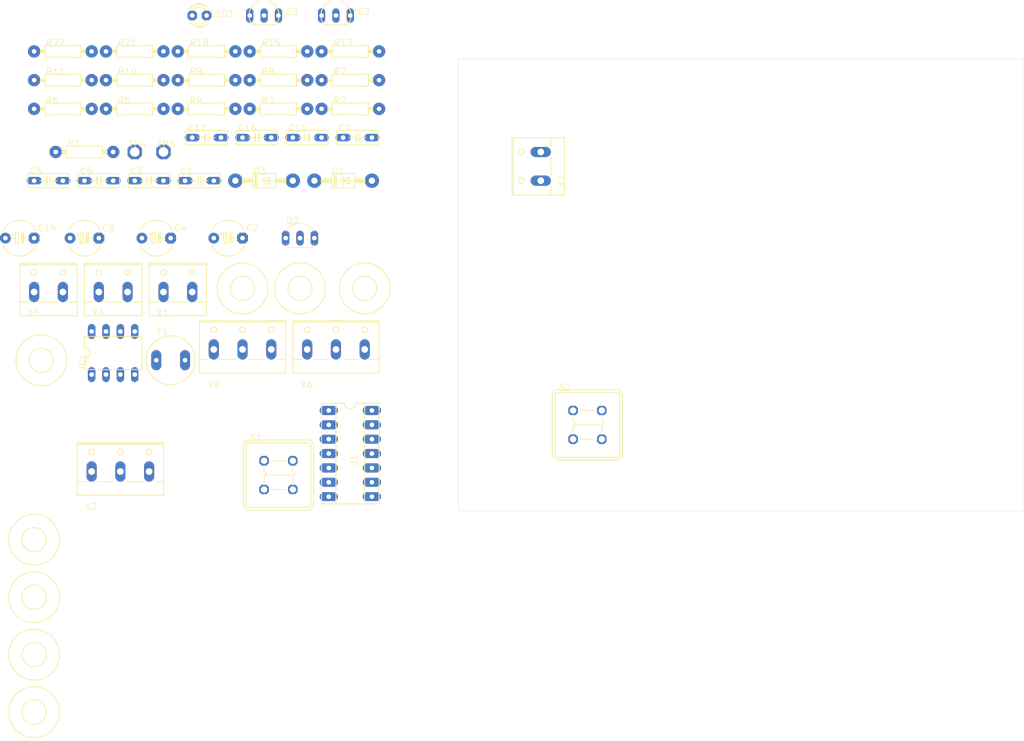
<source format=kicad_pcb>
(kicad_pcb (version 20211014) (generator pcbnew)
  (layers (0 "F.Cu" signal) (31 "B.Cu" signal) (34 "B.Paste" user) (35 "F.Paste" user) (36 "B.SilkS" user "B.Silkscreen") (37 "F.SilkS" user "F.Silkscreen") (38 "B.Mask" user) (39 "F.Mask" user) (44 "Edge.Cuts" user))
  (net 0 "")
  (net 1 "GND")
  (net 2 "N$10")
  (net 3 "+5V")
  (net 4 "+12V")
  (net 5 "N$23")
  (net 6 "N$17")
  (net 7 "N$21")
  (net 8 "N$11")
  (net 9 "N$4")
  (net 10 "N$27")
  (net 11 "N$28")
  (net 12 "N$1")
  (net 13 "N$3")
  (net 14 "N$14")
  (net 15 "N$12")
  (net 16 "N$19")
  (net 17 "N$15")
  (net 18 "N$16")
  (net 19 "N$18")
  (net 20 "N$2")
  (net 21 "N$5")
  (net 22 "N$6")
  (net 23 "N$7")
  (net 24 "N$8")
  (net 25 "N$9")
  (net 26 "N$13")
  (net 27 "N$22")
  (net 28 "N$25")
  (footprint "WLS:C050-025X075" (layer "F.Cu") (at 54.0511 78.9636)
    (fp_text reference "C17" (at -3.429 -1.651) (layer "F.SilkS") (effects (font (size 1.1557 1.1557) (thickness 0.1143)) (justify left)))
    (fp_text value "100n")
    (pad "1" thru_hole oval (at -2.54 0) (size 2.6416 1.3208) (drill 0.8128) (layers *.Cu *.Mask) (net 3 "+5V"))
    (pad "2" thru_hole oval (at 2.54 0) (size 2.6416 1.3208) (drill 0.8128) (layers *.Cu *.Mask) (net 1 "GND"))
  )
  (footprint "WLS:0207_10" (layer "F.Cu") (at 66.7511 63.7236)
    (fp_text reference "R15" (at -3.048 -1.524) (layer "F.SilkS") (effects (font (size 1.1557 1.1557) (thickness 0.1143)) (justify left)))
    (fp_text value "47K")
    (pad "1" thru_hole circle (at -5.08 0 270) (size 2.1844 2.1844) (drill 0.8128) (layers *.Cu *.Mask) (net 2 "N$10"))
    (pad "2" thru_hole circle (at 5.08 0 90) (size 2.1844 2.1844) (drill 0.8128) (layers *.Cu *.Mask) (net 3 "+5V"))
  )
  (footprint "WLS:DO41-10" (layer "F.Cu") (at 78.1811 86.5836)
    (fp_text reference "D1" (at -2.032 -1.651) (layer "F.SilkS") (effects (font (size 1.1557 1.1557) (thickness 0.1143)) (justify left)))
    (fp_text value "1N4004")
    (pad "A" thru_hole circle (at 5.08 0) (size 2.54 2.54) (drill 1.1176) (layers *.Cu *.Mask) (net 16 "N$19"))
    (pad "C" thru_hole circle (at -5.08 0) (size 2.54 2.54) (drill 1.1176) (layers *.Cu *.Mask) (net 4 "+12V"))
  )
  (footprint "WLS:0207_10" (layer "F.Cu") (at 41.3511 63.7236)
    (fp_text reference "R21" (at -3.048 -1.524) (layer "F.SilkS") (effects (font (size 1.1557 1.1557) (thickness 0.1143)) (justify left)))
    (fp_text value "10E")
    (pad "1" thru_hole circle (at -5.08 0 270) (size 2.1844 2.1844) (drill 0.8128) (layers *.Cu *.Mask) (net 19 "N$18"))
    (pad "2" thru_hole circle (at 5.08 0 90) (size 2.1844 2.1844) (drill 0.8128) (layers *.Cu *.Mask) (net 20 "N$2"))
  )
  (footprint "WLS:C050-025X075" (layer "F.Cu") (at 52.7811 86.5836)
    (fp_text reference "C1" (at -3.429 -1.651) (layer "F.SilkS") (effects (font (size 1.1557 1.1557) (thickness 0.1143)) (justify left)))
    (fp_text value "100n")
    (pad "1" thru_hole oval (at -2.54 0) (size 2.6416 1.3208) (drill 0.8128) (layers *.Cu *.Mask) (net 9 "N$4"))
    (pad "2" thru_hole oval (at 2.54 0) (size 2.6416 1.3208) (drill 0.8128) (layers *.Cu *.Mask) (net 28 "N$25"))
  )
  (footprint "WLS:0207_10" (layer "F.Cu") (at 41.3511 68.8036)
    (fp_text reference "R10" (at -3.048 -1.524) (layer "F.SilkS") (effects (font (size 1.1557 1.1557) (thickness 0.1143)) (justify left)))
    (fp_text value "1K")
    (pad "1" thru_hole circle (at -5.08 0 270) (size 2.1844 2.1844) (drill 0.8128) (layers *.Cu *.Mask) (net 27 "N$22"))
    (pad "2" thru_hole circle (at 5.08 0 90) (size 2.1844 2.1844) (drill 0.8128) (layers *.Cu *.Mask) (net 26 "N$13"))
  )
  (footprint "WLS:C050-025X075" (layer "F.Cu") (at 71.8311 78.9636)
    (fp_text reference "C11" (at -3.429 -1.651) (layer "F.SilkS") (effects (font (size 1.1557 1.1557) (thickness 0.1143)) (justify left)))
    (fp_text value "100n")
    (pad "1" thru_hole oval (at -2.54 0) (size 2.6416 1.3208) (drill 0.8128) (layers *.Cu *.Mask) (net 2 "N$10"))
    (pad "2" thru_hole oval (at 2.54 0) (size 2.6416 1.3208) (drill 0.8128) (layers *.Cu *.Mask) (net 28 "N$25"))
  )
  (footprint "WLS:W237-132" (layer "F.Cu") (at 48.9711 105.6336)
    (fp_text reference "X1" (at -3.81 4.318) (layer "F.SilkS") (effects (font (size 1.1557 1.1557) (thickness 0.1143)) (justify left)))
    (fp_text value "")
    (pad "1" thru_hole oval (at -2.54 0.635 90) (size 3.5814 1.7907) (drill 1.1938) (layers *.Cu *.Mask) (net 11 "N$28"))
    (pad "2" thru_hole oval (at 2.54 0.635 90) (size 3.5814 1.7907) (drill 1.1938) (layers *.Cu *.Mask) (net 1 "GND"))
  )
  (footprint "WLS:0207_10" (layer "F.Cu") (at 41.3511 73.8836)
    (fp_text reference "R5" (at -3.048 -1.524) (layer "F.SilkS") (effects (font (size 1.1557 1.1557) (thickness 0.1143)) (justify left)))
    (fp_text value "47K")
    (pad "1" thru_hole circle (at -5.08 0 270) (size 2.1844 2.1844) (drill 0.8128) (layers *.Cu *.Mask) (net 10 "N$27"))
    (pad "2" thru_hole circle (at 5.08 0 90) (size 2.1844 2.1844) (drill 0.8128) (layers *.Cu *.Mask) (net 3 "+5V"))
  )
  (footprint "WLS:W237-132" (layer "F.Cu") (at 112.4711 84.0436 90)
    (fp_text reference "X7" (at -3.81 4.318 90) (layer "F.SilkS") (effects (font (size 1.1557 1.1557) (thickness 0.1143)) (justify left)))
    (fp_text value "")
    (pad "1" thru_hole oval (at -2.54 0.635 180) (size 3.5814 1.7907) (drill 1.1938) (layers *.Cu *.Mask) (net 12 "N$1"))
    (pad "2" thru_hole oval (at 2.54 0.635 180) (size 3.5814 1.7907) (drill 1.1938) (layers *.Cu *.Mask) (net 1 "GND"))
  )
  (footprint "WLS:E5-6" (layer "F.Cu") (at 45.1611 96.7436)
    (fp_text reference "C4" (at 3.048 -1.778) (layer "F.SilkS") (effects (font (size 1.1557 1.1557) (thickness 0.1143)) (justify left)))
    (fp_text value "100µF")
    (pad "+" thru_hole circle (at -2.54 0) (size 1.905 1.905) (drill 0.8128) (layers *.Cu *.Mask) (net 3 "+5V"))
    (pad "-" thru_hole roundrect (at 2.54 0) (size 1.905 1.905) (drill 0.8128) (layers *.Cu *.Mask) (chamfer_ratio 0.25) (chamfer top_left top_right bottom_left bottom_right) (net 1 "GND"))
  )
  (footprint "WLS:E5-6" (layer "F.Cu") (at 21.0311 96.7436)
    (fp_text reference "C14" (at 3.048 -1.778) (layer "F.SilkS") (effects (font (size 1.1557 1.1557) (thickness 0.1143)) (justify left)))
    (fp_text value "10µF")
    (pad "+" thru_hole circle (at -2.54 0) (size 1.905 1.905) (drill 0.8128) (layers *.Cu *.Mask) (net 3 "+5V"))
    (pad "-" thru_hole roundrect (at 2.54 0) (size 1.905 1.905) (drill 0.8128) (layers *.Cu *.Mask) (chamfer_ratio 0.25) (chamfer top_left top_right bottom_left bottom_right) (net 1 "GND"))
  )
  (footprint "WLS:0207_10" (layer "F.Cu") (at 79.4511 63.7236)
    (fp_text reference "R13" (at -3.048 -1.524) (layer "F.SilkS") (effects (font (size 1.1557 1.1557) (thickness 0.1143)) (justify left)))
    (fp_text value "100K")
    (pad "1" thru_hole circle (at -5.08 0 270) (size 2.1844 2.1844) (drill 0.8128) (layers *.Cu *.Mask) (net 4 "+12V"))
    (pad "2" thru_hole circle (at 5.08 0 90) (size 2.1844 2.1844) (drill 0.8128) (layers *.Cu *.Mask) (net 12 "N$1"))
  )
  (footprint "WLS:DO41-10" (layer "F.Cu") (at 64.2111 86.5836)
    (fp_text reference "D3" (at -2.032 -1.651) (layer "F.SilkS") (effects (font (size 1.1557 1.1557) (thickness 0.1143)) (justify left)))
    (fp_text value "1N4004")
    (pad "A" thru_hole circle (at 5.08 0) (size 2.54 2.54) (drill 1.1176) (layers *.Cu *.Mask) (net 11 "N$28"))
    (pad "C" thru_hole circle (at -5.08 0) (size 2.54 2.54) (drill 1.1176) (layers *.Cu *.Mask) (net 4 "+12V"))
  )
  (footprint "WLS:C050-025X075" (layer "F.Cu") (at 62.9411 78.9636)
    (fp_text reference "C16" (at -3.429 -1.651) (layer "F.SilkS") (effects (font (size 1.1557 1.1557) (thickness 0.1143)) (justify left)))
    (fp_text value "100n")
    (pad "1" thru_hole oval (at -2.54 0) (size 2.6416 1.3208) (drill 0.8128) (layers *.Cu *.Mask) (net 4 "+12V"))
    (pad "2" thru_hole oval (at 2.54 0) (size 2.6416 1.3208) (drill 0.8128) (layers *.Cu *.Mask) (net 1 "GND"))
  )
  (footprint "WLS:0207_10" (layer "F.Cu") (at 66.7511 68.8036)
    (fp_text reference "R8" (at -3.048 -1.524) (layer "F.SilkS") (effects (font (size 1.1557 1.1557) (thickness 0.1143)) (justify left)))
    (fp_text value "33K")
    (pad "1" thru_hole circle (at -5.08 0 270) (size 2.1844 2.1844) (drill 0.8128) (layers *.Cu *.Mask) (net 6 "N$17"))
    (pad "2" thru_hole circle (at 5.08 0 90) (size 2.1844 2.1844) (drill 0.8128) (layers *.Cu *.Mask) (net 4 "+12V"))
  )
  (footprint "WLS:4,1" (layer "F.Cu") (at 70.5611 105.6336)
    (fp_text reference "H3" hide)
    (fp_text value "MOUNT-HOLE4.1" hide)
    (pad "" np_thru_hole circle (at 0 0) (size 4.1 4.1) (drill 4.1) (layers *.Cu *.Mask))
  )
  (footprint "WLS:C050-025X075" (layer "F.Cu") (at 35.0011 86.5836)
    (fp_text reference "C5" (at -3.429 -1.651) (layer "F.SilkS") (effects (font (size 1.1557 1.1557) (thickness 0.1143)) (justify left)))
    (fp_text value "100n")
    (pad "1" thru_hole oval (at -2.54 0) (size 2.6416 1.3208) (drill 0.8128) (layers *.Cu *.Mask) (net 3 "+5V"))
    (pad "2" thru_hole oval (at 2.54 0) (size 2.6416 1.3208) (drill 0.8128) (layers *.Cu *.Mask) (net 1 "GND"))
  )
  (footprint "WLS:0207_10" (layer "F.Cu") (at 54.0511 73.8836)
    (fp_text reference "R4" (at -3.048 -1.524) (layer "F.SilkS") (effects (font (size 1.1557 1.1557) (thickness 0.1143)) (justify left)))
    (fp_text value "47K")
    (pad "1" thru_hole circle (at -5.08 0 270) (size 2.1844 2.1844) (drill 0.8128) (layers *.Cu *.Mask) (net 9 "N$4"))
    (pad "2" thru_hole circle (at 5.08 0 90) (size 2.1844 2.1844) (drill 0.8128) (layers *.Cu *.Mask) (net 3 "+5V"))
  )
  (footprint "WLS:4,1" (layer "F.Cu") (at 81.9911 105.6336)
    (fp_text reference "H2" hide)
    (fp_text value "MOUNT-HOLE4.1" hide)
    (pad "" np_thru_hole circle (at 0 0) (size 4.1 4.1) (drill 4.1) (layers *.Cu *.Mask))
  )
  (footprint "WLS:W237-3E" (layer "F.Cu") (at 38.8111 137.3836)
    (fp_text reference "X2" (at -6.35 6.858) (layer "F.SilkS") (effects (font (size 1.1557 1.1557) (thickness 0.1143)) (justify left)))
    (fp_text value "")
    (pad "1" thru_hole oval (at -5.08 0.635 90) (size 3.5814 1.7907) (drill 1.1938) (layers *.Cu *.Mask) (net 1 "GND"))
    (pad "2" thru_hole oval (at 0 0.635 90) (size 3.5814 1.7907) (drill 1.1938) (layers *.Cu *.Mask) (net 21 "N$5"))
    (pad "3" thru_hole oval (at 5.08 0.635 90) (size 3.5814 1.7907) (drill 1.1938) (layers *.Cu *.Mask) (net 4 "+12V"))
  )
  (footprint "WLS:78LXX" (layer "F.Cu") (at 64.2111 57.3736)
    (fp_text reference "IC3" (at 3.175 -0.635) (layer "F.SilkS") (effects (font (size 1.1557 1.1557) (thickness 0.1143)) (justify left)))
    (fp_text value "78L05")
    (pad "GND" thru_hole oval (at 0 0 90) (size 2.54 1.27) (drill 0.8) (layers *.Cu *.Mask) (net 1 "GND"))
    (pad "IN" thru_hole oval (at 2.54 0 90) (size 2.54 1.27) (drill 0.8) (layers *.Cu *.Mask) (net 4 "+12V"))
    (pad "OUT" thru_hole oval (at -2.54 0 90) (size 2.54 1.27) (drill 0.8) (layers *.Cu *.Mask) (net 3 "+5V"))
  )
  (footprint "WLS:TO92-CBE" (layer "F.Cu") (at 70.5611 96.7436)
    (fp_text reference "Q2" (at -2.54 -3.048) (layer "F.SilkS") (effects (font (size 1.1557 1.1557) (thickness 0.1143)) (justify left)))
    (fp_text value "BS170")
    (pad "B" thru_hole oval (at 0 0 90) (size 2.6416 1.3208) (drill 0.8128) (layers *.Cu *.Mask) (net 19 "N$18"))
    (pad "C" thru_hole oval (at -2.54 0 90) (size 2.6416 1.3208) (drill 0.8128) (layers *.Cu *.Mask) (net 5 "N$23"))
    (pad "E" thru_hole oval (at 2.54 0 90) (size 2.6416 1.3208) (drill 0.8128) (layers *.Cu *.Mask) (net 1 "GND"))
  )
  (footprint "WLS:0207_10" (layer "F.Cu") (at 54.0511 63.7236)
    (fp_text reference "R18" (at -3.048 -1.524) (layer "F.SilkS") (effects (font (size 1.1557 1.1557) (thickness 0.1143)) (justify left)))
    (fp_text value "100E")
    (pad "1" thru_hole circle (at -5.08 0 270) (size 2.1844 2.1844) (drill 0.8128) (layers *.Cu *.Mask) (net 14 "N$14"))
    (pad "2" thru_hole circle (at 5.08 0 90) (size 2.1844 2.1844) (drill 0.8128) (layers *.Cu *.Mask) (net 12 "N$1"))
  )
  (footprint "WLS:DIP-14" (layer "F.Cu") (at 79.4511 134.8436)
    (fp_text reference "U1" (at 0.635 2.54 90) (layer "F.SilkS") (effects (font (size 1.1557 1.1557) (thickness 0.1143)) (justify left)))
    (fp_text value "PIC16F1824")
    (pad "1" thru_hole oval (at -3.81 -7.62) (size 3.2004 1.6002) (drill 0.8128) (layers *.Cu *.Mask) (net 3 "+5V"))
    (pad "2" thru_hole oval (at -3.81 -5.08) (size 3.2004 1.6002) (drill 0.8128) (layers *.Cu *.Mask) (net 10 "N$27"))
    (pad "3" thru_hole oval (at -3.81 -2.54) (size 3.2004 1.6002) (drill 0.8128) (layers *.Cu *.Mask) (net 9 "N$4"))
    (pad "4" thru_hole oval (at -3.81 0) (size 3.2004 1.6002) (drill 0.8128) (layers *.Cu *.Mask) (net 2 "N$10"))
    (pad "5" thru_hole oval (at -3.81 2.54) (size 3.2004 1.6002) (drill 0.8128) (layers *.Cu *.Mask) (net 17 "N$15"))
    (pad "6" thru_hole oval (at -3.81 5.08) (size 3.2004 1.6002) (drill 0.8128) (layers *.Cu *.Mask) (net 20 "N$2"))
    (pad "7" thru_hole oval (at -3.81 7.62) (size 3.2004 1.6002) (drill 0.8128) (layers *.Cu *.Mask) (net 25 "N$9"))
    (pad "8" thru_hole oval (at 3.81 7.62) (size 3.2004 1.6002) (drill 0.8128) (layers *.Cu *.Mask) (net 26 "N$13"))
    (pad "9" thru_hole oval (at 3.81 5.08) (size 3.2004 1.6002) (drill 0.8128) (layers *.Cu *.Mask) (net 22 "N$6"))
    (pad "10" thru_hole oval (at 3.81 2.54) (size 3.2004 1.6002) (drill 0.8128) (layers *.Cu *.Mask))
    (pad "11" thru_hole oval (at 3.81 0) (size 3.2004 1.6002) (drill 0.8128) (layers *.Cu *.Mask) (net 8 "N$11"))
    (pad "12" thru_hole oval (at 3.81 -2.54) (size 3.2004 1.6002) (drill 0.8128) (layers *.Cu *.Mask) (net 6 "N$17"))
    (pad "13" thru_hole oval (at 3.81 -5.08) (size 3.2004 1.6002) (drill 0.8128) (layers *.Cu *.Mask) (net 7 "N$21"))
    (pad "14" thru_hole oval (at 3.81 -7.62) (size 3.2004 1.6002) (drill 0.8128) (layers *.Cu *.Mask) (net 1 "GND"))
  )
  (footprint "WLS:W237-132" (layer "F.Cu") (at 37.5411 105.6336)
    (fp_text reference "X4" (at -3.81 4.318) (layer "F.SilkS") (effects (font (size 1.1557 1.1557) (thickness 0.1143)) (justify left)))
    (fp_text value "")
    (pad "1" thru_hole oval (at -2.54 0.635 90) (size 3.5814 1.7907) (drill 1.1938) (layers *.Cu *.Mask) (net 28 "N$25"))
    (pad "2" thru_hole oval (at 2.54 0.635 90) (size 3.5814 1.7907) (drill 1.1938) (layers *.Cu *.Mask) (net 2 "N$10"))
  )
  (footprint "WLS:4,1" (layer "F.Cu") (at 23.5711 170.4036)
    (fp_text reference "H7" hide)
    (fp_text value "MOUNT-HOLE4.1" hide)
    (pad "" np_thru_hole circle (at 0 0) (size 4.1 4.1) (drill 4.1) (layers *.Cu *.Mask))
  )
  (footprint "WLS:W237-3E" (layer "F.Cu") (at 60.4011 115.7936)
    (fp_text reference "X9" (at -6.35 6.858) (layer "F.SilkS") (effects (font (size 1.1557 1.1557) (thickness 0.1143)) (justify left)))
    (fp_text value "")
    (pad "1" thru_hole oval (at -5.08 0.635 90) (size 3.5814 1.7907) (drill 1.1938) (layers *.Cu *.Mask) (net 24 "N$8"))
    (pad "2" thru_hole oval (at 0 0.635 90) (size 3.5814 1.7907) (drill 1.1938) (layers *.Cu *.Mask) (net 1 "GND"))
    (pad "3" thru_hole oval (at 5.08 0.635 90) (size 3.5814 1.7907) (drill 1.1938) (layers *.Cu *.Mask) (net 23 "N$7"))
  )
  (footprint "WLS:P1-17" (layer "F.Cu") (at 41.3511 81.5036)
    (fp_text reference "TP4" (at -1.143 -1.397) (layer "F.SilkS") (effects (font (size 1.1557 1.1557) (thickness 0.1143)) (justify left)))
    (fp_text value "PTR1PAD1-17")
    (pad "TP" thru_hole roundrect (at 0 0) (size 2.54 2.54) (drill 1.7018) (layers *.Cu *.Mask) (chamfer_ratio 0.25) (chamfer top_left top_right bottom_left bottom_right) (net 7 "N$21"))
  )
  (footprint "WLS:C050-025X075" (layer "F.Cu") (at 43.8911 86.5836)
    (fp_text reference "C3" (at -3.429 -1.651) (layer "F.SilkS") (effects (font (size 1.1557 1.1557) (thickness 0.1143)) (justify left)))
    (fp_text value "100n")
    (pad "1" thru_hole oval (at -2.54 0) (size 2.6416 1.3208) (drill 0.8128) (layers *.Cu *.Mask) (net 4 "+12V"))
    (pad "2" thru_hole oval (at 2.54 0) (size 2.6416 1.3208) (drill 0.8128) (layers *.Cu *.Mask) (net 1 "GND"))
  )
  (footprint "WLS:TR5" (layer "F.Cu") (at 47.7011 118.3336)
    (fp_text reference "F1" (at -2.54 -5.08) (layer "F.SilkS") (effects (font (size 1.1557 1.1557) (thickness 0.1143)) (justify left)))
    (fp_text value "100mA")
    (pad "1" thru_hole oval (at -2.54 0 90) (size 3.556 1.778) (drill 0.8128) (layers *.Cu *.Mask) (net 5 "N$23"))
    (pad "2" thru_hole oval (at 2.54 0 90) (size 3.556 1.778) (drill 0.8128) (layers *.Cu *.Mask) (net 1 "GND"))
  )
  (footprint "WLS:DTE6K" (layer "F.Cu") (at 121.3611 129.7636)
    (fp_text reference "S2" (at -5.08 -6.604) (layer "F.SilkS") (effects (font (size 1.1557 1.1557) (thickness 0.1143)) (justify left)))
    (fp_text value "DTE6K")
    (pad "1" thru_hole roundrect (at -2.54 -2.54) (size 1.6764 1.6764) (drill 1.1176) (layers *.Cu *.Mask) (chamfer_ratio 0.25) (chamfer top_left top_right bottom_left bottom_right) (net 10 "N$27"))
    (pad "2" thru_hole roundrect (at 2.54 -2.54) (size 1.6764 1.6764) (drill 1.1176) (layers *.Cu *.Mask) (chamfer_ratio 0.25) (chamfer top_left top_right bottom_left bottom_right) (net 10 "N$27"))
    (pad "3" thru_hole roundrect (at 2.54 2.54) (size 1.6764 1.6764) (drill 1.1176) (layers *.Cu *.Mask) (chamfer_ratio 0.25) (chamfer top_left top_right bottom_left bottom_right) (net 28 "N$25"))
    (pad "4" thru_hole roundrect (at -2.54 2.54) (size 1.6764 1.6764) (drill 1.1176) (layers *.Cu *.Mask) (chamfer_ratio 0.25) (chamfer top_left top_right bottom_left bottom_right) (net 28 "N$25"))
  )
  (footprint "WLS:78LXX" (layer "F.Cu") (at 76.9111 57.3736)
    (fp_text reference "IC2" (at 3.175 -0.635) (layer "F.SilkS") (effects (font (size 1.1557 1.1557) (thickness 0.1143)) (justify left)))
    (fp_text value "78L05")
    (pad "GND" thru_hole oval (at 0 0 90) (size 2.54 1.27) (drill 0.8) (layers *.Cu *.Mask) (net 1 "GND"))
    (pad "IN" thru_hole oval (at 2.54 0 90) (size 2.54 1.27) (drill 0.8) (layers *.Cu *.Mask) (net 4 "+12V"))
    (pad "OUT" thru_hole oval (at -2.54 0 90) (size 2.54 1.27) (drill 0.8) (layers *.Cu *.Mask) (net 3 "+5V"))
  )
  (footprint "WLS:W237-132" (layer "F.Cu") (at 26.1111 105.6336)
    (fp_text reference "X5" (at -3.81 4.318) (layer "F.SilkS") (effects (font (size 1.1557 1.1557) (thickness 0.1143)) (justify left)))
    (fp_text value "")
    (pad "1" thru_hole oval (at -2.54 0.635 90) (size 3.5814 1.7907) (drill 1.1938) (layers *.Cu *.Mask) (net 1 "GND"))
    (pad "2" thru_hole oval (at 2.54 0.635 90) (size 3.5814 1.7907) (drill 1.1938) (layers *.Cu *.Mask) (net 18 "N$16"))
  )
  (footprint "WLS:0207_10" (layer "F.Cu") (at 54.0511 68.8036)
    (fp_text reference "R9" (at -3.048 -1.524) (layer "F.SilkS") (effects (font (size 1.1557 1.1557) (thickness 0.1143)) (justify left)))
    (fp_text value "10K")
    (pad "1" thru_hole circle (at -5.08 0 270) (size 2.1844 2.1844) (drill 0.8128) (layers *.Cu *.Mask) (net 1 "GND"))
    (pad "2" thru_hole circle (at 5.08 0 90) (size 2.1844 2.1844) (drill 0.8128) (layers *.Cu *.Mask) (net 6 "N$17"))
  )
  (footprint "WLS:0207_10" (layer "F.Cu") (at 66.7511 73.8836)
    (fp_text reference "R3" (at -3.048 -1.524) (layer "F.SilkS") (effects (font (size 1.1557 1.1557) (thickness 0.1143)) (justify left)))
    (fp_text value "1K")
    (pad "1" thru_hole circle (at -5.08 0 270) (size 2.1844 2.1844) (drill 0.8128) (layers *.Cu *.Mask) (net 21 "N$5"))
    (pad "2" thru_hole circle (at 5.08 0 90) (size 2.1844 2.1844) (drill 0.8128) (layers *.Cu *.Mask) (net 22 "N$6"))
  )
  (footprint "WLS:0207_10" (layer "F.Cu") (at 28.6511 73.8836)
    (fp_text reference "R6" (at -3.048 -1.524) (layer "F.SilkS") (effects (font (size 1.1557 1.1557) (thickness 0.1143)) (justify left)))
    (fp_text value "1K")
    (pad "1" thru_hole circle (at -5.08 0 270) (size 2.1844 2.1844) (drill 0.8128) (layers *.Cu *.Mask) (net 8 "N$11"))
    (pad "2" thru_hole circle (at 5.08 0 90) (size 2.1844 2.1844) (drill 0.8128) (layers *.Cu *.Mask) (net 23 "N$7"))
  )
  (footprint "WLS:4,1" (layer "F.Cu") (at 23.5711 150.0836)
    (fp_text reference "H5" hide)
    (fp_text value "MOUNT-HOLE4.1" hide)
    (pad "" np_thru_hole circle (at 0 0) (size 4.1 4.1) (drill 4.1) (layers *.Cu *.Mask))
  )
  (footprint "WLS:E5-6" (layer "F.Cu") (at 32.4611 96.7436)
    (fp_text reference "C8" (at 3.048 -1.778) (layer "F.SilkS") (effects (font (size 1.1557 1.1557) (thickness 0.1143)) (justify left)))
    (fp_text value "100µF")
    (pad "+" thru_hole circle (at -2.54 0) (size 1.905 1.905) (drill 0.8128) (layers *.Cu *.Mask) (net 4 "+12V"))
    (pad "-" thru_hole roundrect (at 2.54 0) (size 1.905 1.905) (drill 0.8128) (layers *.Cu *.Mask) (chamfer_ratio 0.25) (chamfer top_left top_right bottom_left bottom_right) (net 1 "GND"))
  )
  (footprint "WLS:4,1" (layer "F.Cu") (at 24.8411 118.3336)
    (fp_text reference "H1" hide)
    (fp_text value "MOUNT-HOLE4.1" hide)
    (pad "" np_thru_hole circle (at 0 0) (size 4.1 4.1) (drill 4.1) (layers *.Cu *.Mask))
  )
  (footprint "WLS:0207_10" (layer "F.Cu") (at 28.6511 63.7236)
    (fp_text reference "R22" (at -3.048 -1.524) (layer "F.SilkS") (effects (font (size 1.1557 1.1557) (thickness 0.1143)) (justify left)))
    (fp_text value "100K")
    (pad "1" thru_hole circle (at -5.08 0 270) (size 2.1844 2.1844) (drill 0.8128) (layers *.Cu *.Mask) (net 12 "N$1"))
    (pad "2" thru_hole circle (at 5.08 0 90) (size 2.1844 2.1844) (drill 0.8128) (layers *.Cu *.Mask) (net 13 "N$3"))
  )
  (footprint "WLS:LED3MM" (layer "F.Cu") (at 52.7811 57.3736)
    (fp_text reference "LED1" (at 1.905 -0.381) (layer "F.SilkS") (effects (font (size 1.1557 1.1557) (thickness 0.1143)) (justify left)))
    (fp_text value "")
    (pad "A" thru_hole roundrect (at -1.27 0) (size 1.6764 1.6764) (drill 0.8128) (layers *.Cu *.Mask) (chamfer_ratio 0.25) (chamfer top_left top_right bottom_left bottom_right) (net 27 "N$22"))
    (pad "K" thru_hole roundrect (at 1.27 0) (size 1.6764 1.6764) (drill 0.8128) (layers *.Cu *.Mask) (chamfer_ratio 0.25) (chamfer top_left top_right bottom_left bottom_right) (net 1 "GND"))
  )
  (footprint "WLS:4,1" (layer "F.Cu") (at 23.5711 180.5636)
    (fp_text reference "H8" hide)
    (fp_text value "MOUNT-HOLE4.1" hide)
    (pad "" np_thru_hole circle (at 0 0) (size 4.1 4.1) (drill 4.1) (layers *.Cu *.Mask))
  )
  (footprint "WLS:E5-6" (layer "F.Cu") (at 57.8611 96.7436)
    (fp_text reference "C2" (at 3.048 -1.778) (layer "F.SilkS") (effects (font (size 1.1557 1.1557) (thickness 0.1143)) (justify left)))
    (fp_text value "100µF")
    (pad "+" thru_hole circle (at -2.54 0) (size 1.905 1.905) (drill 0.8128) (layers *.Cu *.Mask) (net 4 "+12V"))
    (pad "-" thru_hole roundrect (at 2.54 0) (size 1.905 1.905) (drill 0.8128) (layers *.Cu *.Mask) (chamfer_ratio 0.25) (chamfer top_left top_right bottom_left bottom_right) (net 1 "GND"))
  )
  (footprint "WLS:C050-025X075" (layer "F.Cu") (at 80.7211 78.9636)
    (fp_text reference "C7" (at -3.429 -1.651) (layer "F.SilkS") (effects (font (size 1.1557 1.1557) (thickness 0.1143)) (justify left)))
    (fp_text value "100n")
    (pad "1" thru_hole oval (at -2.54 0) (size 2.6416 1.3208) (drill 0.8128) (layers *.Cu *.Mask) (net 10 "N$27"))
    (pad "2" thru_hole oval (at 2.54 0) (size 2.6416 1.3208) (drill 0.8128) (layers *.Cu *.Mask) (net 28 "N$25"))
  )
  (footprint "WLS:0207_10" (layer "F.Cu") (at 32.4611 81.5036)
    (fp_text reference "R1" (at -3.048 -1.524) (layer "F.SilkS") (effects (font (size 1.1557 1.1557) (thickness 0.1143)) (justify left)))
    (fp_text value "100K")
    (pad "1" thru_hole circle (at -5.08 0 270) (size 2.1844 2.1844) (drill 0.8128) (layers *.Cu *.Mask) (net 17 "N$15"))
    (pad "2" thru_hole circle (at 5.08 0 90) (size 2.1844 2.1844) (drill 0.8128) (layers *.Cu *.Mask) (net 18 "N$16"))
  )
  (footprint "WLS:DTE6K" (layer "F.Cu") (at 66.7511 138.6536)
    (fp_text reference "S1" (at -5.08 -6.604) (layer "F.SilkS") (effects (font (size 1.1557 1.1557) (thickness 0.1143)) (justify left)))
    (fp_text value "DTE6K")
    (pad "1" thru_hole roundrect (at -2.54 -2.54) (size 1.6764 1.6764) (drill 1.1176) (layers *.Cu *.Mask) (chamfer_ratio 0.25) (chamfer top_left top_right bottom_left bottom_right) (net 9 "N$4"))
    (pad "2" thru_hole roundrect (at 2.54 -2.54) (size 1.6764 1.6764) (drill 1.1176) (layers *.Cu *.Mask) (chamfer_ratio 0.25) (chamfer top_left top_right bottom_left bottom_right) (net 9 "N$4"))
    (pad "3" thru_hole roundrect (at 2.54 2.54) (size 1.6764 1.6764) (drill 1.1176) (layers *.Cu *.Mask) (chamfer_ratio 0.25) (chamfer top_left top_right bottom_left bottom_right) (net 28 "N$25"))
    (pad "4" thru_hole roundrect (at -2.54 2.54) (size 1.6764 1.6764) (drill 1.1176) (layers *.Cu *.Mask) (chamfer_ratio 0.25) (chamfer top_left top_right bottom_left bottom_right) (net 28 "N$25"))
  )
  (footprint "WLS:C050-025X075" (layer "F.Cu") (at 26.1111 86.5836)
    (fp_text reference "C6" (at -3.429 -1.651) (layer "F.SilkS") (effects (font (size 1.1557 1.1557) (thickness 0.1143)) (justify left)))
    (fp_text value "10n")
    (pad "1" thru_hole oval (at -2.54 0) (size 2.6416 1.3208) (drill 0.8128) (layers *.Cu *.Mask) (net 1 "GND"))
    (pad "2" thru_hole oval (at 2.54 0) (size 2.6416 1.3208) (drill 0.8128) (layers *.Cu *.Mask) (net 15 "N$12"))
  )
  (footprint "WLS:0207_10" (layer "F.Cu") (at 79.4511 68.8036)
    (fp_text reference "R7" (at -3.048 -1.524) (layer "F.SilkS") (effects (font (size 1.1557 1.1557) (thickness 0.1143)) (justify left)))
    (fp_text value "1K")
    (pad "1" thru_hole circle (at -5.08 0 270) (size 2.1844 2.1844) (drill 0.8128) (layers *.Cu *.Mask) (net 25 "N$9"))
    (pad "2" thru_hole circle (at 5.08 0 90) (size 2.1844 2.1844) (drill 0.8128) (layers *.Cu *.Mask) (net 24 "N$8"))
  )
  (footprint "WLS:4,1" (layer "F.Cu") (at 23.5711 160.2436)
    (fp_text reference "H6" hide)
    (fp_text value "MOUNT-HOLE4.1" hide)
    (pad "" np_thru_hole circle (at 0 0) (size 4.1 4.1) (drill 4.1) (layers *.Cu *.Mask))
  )
  (footprint "WLS:0207_10" (layer "F.Cu") (at 28.6511 68.8036)
    (fp_text reference "R11" (at -3.048 -1.524) (layer "F.SilkS") (effects (font (size 1.1557 1.1557) (thickness 0.1143)) (justify left)))
    (fp_text value "100K")
    (pad "1" thru_hole circle (at -5.08 0 270) (size 2.1844 2.1844) (drill 0.8128) (layers *.Cu *.Mask) (net 1 "GND"))
    (pad "2" thru_hole circle (at 5.08 0 90) (size 2.1844 2.1844) (drill 0.8128) (layers *.Cu *.Mask) (net 19 "N$18"))
  )
  (footprint "WLS:W237-3E" (layer "F.Cu") (at 76.9111 115.7936)
    (fp_text reference "X6" (at -6.35 6.858) (layer "F.SilkS") (effects (font (size 1.1557 1.1557) (thickness 0.1143)) (justify left)))
    (fp_text value "")
    (pad "1" thru_hole oval (at -5.08 0.635 90) (size 3.5814 1.7907) (drill 1.1938) (layers *.Cu *.Mask) (net 14 "N$14"))
    (pad "2" thru_hole oval (at 0 0.635 90) (size 3.5814 1.7907) (drill 1.1938) (layers *.Cu *.Mask) (net 1 "GND"))
    (pad "3" thru_hole oval (at 5.08 0.635 90) (size 3.5814 1.7907) (drill 1.1938) (layers *.Cu *.Mask) (net 16 "N$19"))
  )
  (footprint "WLS:DIL-08" (layer "F.Cu") (at 37.5411 117.0636)
    (fp_text reference "IC1" (at -5.334 2.921 90) (layer "F.SilkS") (effects (font (size 1.1557 1.1557) (thickness 0.1143)) (justify left)))
    (fp_text value "NE555")
    (pad "1" thru_hole oval (at -3.81 3.81 90) (size 2.6416 1.3208) (drill 0.8128) (layers *.Cu *.Mask) (net 1 "GND"))
    (pad "2" thru_hole oval (at -1.27 3.81 90) (size 2.6416 1.3208) (drill 0.8128) (layers *.Cu *.Mask) (net 12 "N$1"))
    (pad "3" thru_hole oval (at 1.27 3.81 90) (size 2.6416 1.3208) (drill 0.8128) (layers *.Cu *.Mask) (net 13 "N$3"))
    (pad "4" thru_hole oval (at 3.81 3.81 90) (size 2.6416 1.3208) (drill 0.8128) (layers *.Cu *.Mask) (net 4 "+12V"))
    (pad "5" thru_hole oval (at 3.81 -3.81 90) (size 2.6416 1.3208) (drill 0.8128) (layers *.Cu *.Mask) (net 15 "N$12"))
    (pad "6" thru_hole oval (at 1.27 -3.81 90) (size 2.6416 1.3208) (drill 0.8128) (layers *.Cu *.Mask) (net 12 "N$1"))
    (pad "7" thru_hole oval (at -1.27 -3.81 90) (size 2.6416 1.3208) (drill 0.8128) (layers *.Cu *.Mask))
    (pad "8" thru_hole oval (at -3.81 -3.81 90) (size 2.6416 1.3208) (drill 0.8128) (layers *.Cu *.Mask) (net 4 "+12V"))
  )
  (footprint "WLS:P1-17" (layer "F.Cu") (at 46.4311 81.5036)
    (fp_text reference "TP3" (at -1.143 -1.397) (layer "F.SilkS") (effects (font (size 1.1557 1.1557) (thickness 0.1143)) (justify left)))
    (fp_text value "PTR1PAD1-17")
    (pad "TP" thru_hole roundrect (at 0 0) (size 2.54 2.54) (drill 1.7018) (layers *.Cu *.Mask) (chamfer_ratio 0.25) (chamfer top_left top_right bottom_left bottom_right) (net 1 "GND"))
  )
  (footprint "WLS:4,1" (layer "F.Cu") (at 60.4011 105.6336)
    (fp_text reference "H4" hide)
    (fp_text value "MOUNT-HOLE4.1" hide)
    (pad "" np_thru_hole circle (at 0 0) (size 4.1 4.1) (drill 4.1) (layers *.Cu *.Mask))
  )
  (footprint "WLS:0207_10" (layer "F.Cu") (at 79.4511 73.8836)
    (fp_text reference "R2" (at -3.048 -1.524) (layer "F.SilkS") (effects (font (size 1.1557 1.1557) (thickness 0.1143)) (justify left)))
    (fp_text value "100K")
    (pad "1" thru_hole circle (at -5.08 0 270) (size 2.1844 2.1844) (drill 0.8128) (layers *.Cu *.Mask) (net 17 "N$15"))
    (pad "2" thru_hole circle (at 5.08 0 90) (size 2.1844 2.1844) (drill 0.8128) (layers *.Cu *.Mask) (net 18 "N$16"))
  )
  (gr_line (start 98.5011 65.0036) (end 98.5011 145.0036) (layer "Edge.Cuts") (width 0.05))
  (gr_line (start 98.5011 145.0036) (end 198.5011 145.0036) (layer "Edge.Cuts") (width 0.05))
  (gr_line (start 198.5011 65.0036) (end 98.5011 65.0036) (layer "Edge.Cuts") (width 0.05))
  (gr_line (start 198.5011 145.0036) (end 198.5011 65.0036) (layer "Edge.Cuts") (width 0.05))
)
</source>
